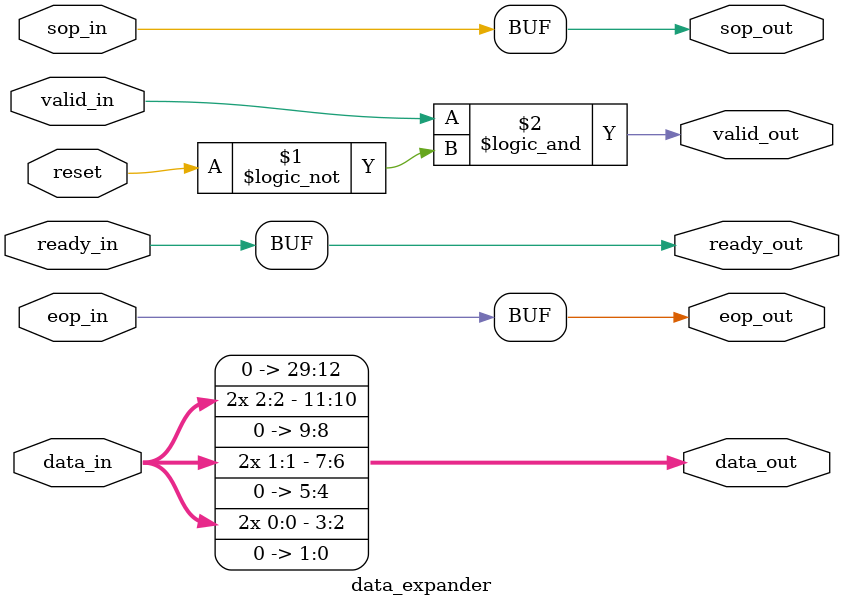
<source format=sv>
module data_expander #(
    parameter INTIAL_DATA_WIDTH = 12,
    parameter FINAL_DATA_WIDTH = 30
)(
    input  logic  [INTIAL_DATA_WIDTH - 1:0]data_in,
    input  logic                sop_in,
    input  logic                eop_in,
    input  logic                valid_in,
    output logic                ready_out,

    input  logic                ready_in,
    input  logic                reset,

    output logic [FINAL_DATA_WIDTH - 1:0] data_out,
    output logic                sop_out,
    output logic                eop_out,
    output logic                valid_out

);

    assign ready_out = ready_in;
    // expand the 12 bit RGB to 30 bit RGB
    assign data_out = {{2{data_in[2]}}, {2{1'b0}}, {2{data_in[1]}}, {2{1'b0}}, {2{data_in[0]}}, {2{1'b0}}};

    // assign the signals as such
    assign eop_out = eop_in;
    assign sop_out = sop_in;
    assign valid_out = valid_in && (!reset);

endmodule
</source>
